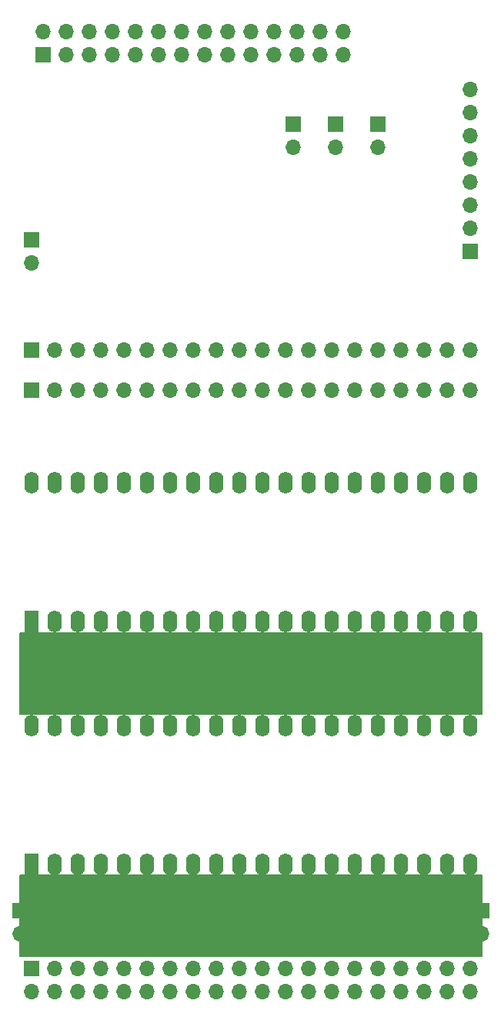
<source format=gbr>
%TF.GenerationSoftware,KiCad,Pcbnew,8.0.4-8.0.4-0~ubuntu24.04.1*%
%TF.CreationDate,2024-08-18T17:45:03-07:00*%
%TF.ProjectId,shadow_tracer,73686164-6f77-45f7-9472-616365722e6b,rev?*%
%TF.SameCoordinates,Original*%
%TF.FileFunction,Soldermask,Bot*%
%TF.FilePolarity,Negative*%
%FSLAX46Y46*%
G04 Gerber Fmt 4.6, Leading zero omitted, Abs format (unit mm)*
G04 Created by KiCad (PCBNEW 8.0.4-8.0.4-0~ubuntu24.04.1) date 2024-08-18 17:45:03*
%MOMM*%
%LPD*%
G01*
G04 APERTURE LIST*
%ADD10C,0.200000*%
%ADD11R,1.700000X1.700000*%
%ADD12O,1.700000X1.700000*%
%ADD13R,1.600000X2.400000*%
%ADD14O,1.600000X2.400000*%
G04 APERTURE END LIST*
D10*
X123952000Y-127762000D02*
X174752000Y-127762000D01*
X174752000Y-136652000D01*
X123952000Y-136652000D01*
X123952000Y-127762000D01*
G36*
X123952000Y-127762000D02*
G01*
X174752000Y-127762000D01*
X174752000Y-136652000D01*
X123952000Y-136652000D01*
X123952000Y-127762000D01*
G37*
X123952000Y-154362000D02*
X174752000Y-154362000D01*
X174752000Y-163252000D01*
X123952000Y-163252000D01*
X123952000Y-154362000D01*
G36*
X123952000Y-154362000D02*
G01*
X174752000Y-154362000D01*
X174752000Y-163252000D01*
X123952000Y-163252000D01*
X123952000Y-154362000D01*
G37*
D11*
%TO.C,J9*%
X163322000Y-71882000D03*
D12*
X163322000Y-74422000D03*
%TD*%
D11*
%TO.C,J8*%
X158672000Y-71882000D03*
D12*
X158672000Y-74422000D03*
%TD*%
D11*
%TO.C,J7*%
X154022000Y-71882000D03*
D12*
X154022000Y-74422000D03*
%TD*%
D11*
%TO.C,J6*%
X123952000Y-158242000D03*
D12*
X123952000Y-160782000D03*
%TD*%
D11*
%TO.C,J5*%
X125222000Y-84582000D03*
D12*
X125222000Y-87122000D03*
%TD*%
D11*
%TO.C,J4*%
X174752000Y-158242000D03*
D12*
X174752000Y-160782000D03*
%TD*%
D13*
%TO.C,SOCKET2*%
X125222000Y-153162000D03*
D14*
X127762000Y-153162000D03*
X130302000Y-153162000D03*
X132842000Y-153162000D03*
X135382000Y-153162000D03*
X137922000Y-153162000D03*
X140462000Y-153162000D03*
X143002000Y-153162000D03*
X145542000Y-153162000D03*
X148082000Y-153162000D03*
X150622000Y-153162000D03*
X153162000Y-153162000D03*
X155702000Y-153162000D03*
X158242000Y-153162000D03*
X160782000Y-153162000D03*
X163322000Y-153162000D03*
X165862000Y-153162000D03*
X168402000Y-153162000D03*
X170942000Y-153162000D03*
X173482000Y-153162000D03*
X173482000Y-137922000D03*
X170942000Y-137922000D03*
X168402000Y-137922000D03*
X165862000Y-137922000D03*
X163322000Y-137922000D03*
X160782000Y-137922000D03*
X158242000Y-137922000D03*
X155702000Y-137922000D03*
X153162000Y-137922000D03*
X150622000Y-137922000D03*
X148082000Y-137922000D03*
X145542000Y-137922000D03*
X143002000Y-137922000D03*
X140462000Y-137922000D03*
X137922000Y-137922000D03*
X135382000Y-137922000D03*
X132842000Y-137922000D03*
X130302000Y-137922000D03*
X127762000Y-137922000D03*
X125222000Y-137922000D03*
%TD*%
%TO.C,SOCKET1*%
X125227000Y-111257000D03*
X127767000Y-111257000D03*
X130307000Y-111257000D03*
X132847000Y-111257000D03*
X135387000Y-111257000D03*
X137927000Y-111257000D03*
X140467000Y-111257000D03*
X143007000Y-111257000D03*
X145547000Y-111257000D03*
X148087000Y-111257000D03*
X150627000Y-111257000D03*
X153167000Y-111257000D03*
X155707000Y-111257000D03*
X158247000Y-111257000D03*
X160787000Y-111257000D03*
X163327000Y-111257000D03*
X165867000Y-111257000D03*
X168407000Y-111257000D03*
X170947000Y-111257000D03*
X173487000Y-111257000D03*
X173487000Y-126497000D03*
X170947000Y-126497000D03*
X168407000Y-126497000D03*
X165867000Y-126497000D03*
X163327000Y-126497000D03*
X160787000Y-126497000D03*
X158247000Y-126497000D03*
X155707000Y-126497000D03*
X153167000Y-126497000D03*
X150627000Y-126497000D03*
X148087000Y-126497000D03*
X145547000Y-126497000D03*
X143007000Y-126497000D03*
X140467000Y-126497000D03*
X137927000Y-126497000D03*
X135387000Y-126497000D03*
X132847000Y-126497000D03*
X130307000Y-126497000D03*
X127767000Y-126497000D03*
D13*
X125227000Y-126497000D03*
%TD*%
D11*
%TO.C,J1*%
X173482000Y-85852000D03*
D12*
X173482000Y-83312000D03*
X173482000Y-80772000D03*
X173482000Y-78232000D03*
X173482000Y-75692000D03*
X173482000Y-73152000D03*
X173482000Y-70612000D03*
X173482000Y-68072000D03*
%TD*%
D11*
%TO.C,J3*%
X125222000Y-96647000D03*
D12*
X127762000Y-96647000D03*
X130302000Y-96647000D03*
X132842000Y-96647000D03*
X135382000Y-96647000D03*
X137922000Y-96647000D03*
X140462000Y-96647000D03*
X143002000Y-96647000D03*
X145542000Y-96647000D03*
X148082000Y-96647000D03*
X150622000Y-96647000D03*
X153162000Y-96647000D03*
X155702000Y-96647000D03*
X158242000Y-96647000D03*
X160782000Y-96647000D03*
X163322000Y-96647000D03*
X165862000Y-96647000D03*
X168402000Y-96647000D03*
X170942000Y-96647000D03*
X173482000Y-96647000D03*
%TD*%
D11*
%TO.C,J_EXT2*%
X126492000Y-64262000D03*
D12*
X126492000Y-61722000D03*
X129032000Y-64262000D03*
X129032000Y-61722000D03*
X131572000Y-64262000D03*
X131572000Y-61722000D03*
X134112000Y-64262000D03*
X134112000Y-61722000D03*
X136652000Y-64262000D03*
X136652000Y-61722000D03*
X139192000Y-64262000D03*
X139192000Y-61722000D03*
X141732000Y-64262000D03*
X141732000Y-61722000D03*
X144272000Y-64262000D03*
X144272000Y-61722000D03*
X146812000Y-64262000D03*
X146812000Y-61722000D03*
X149352000Y-64262000D03*
X149352000Y-61722000D03*
X151892000Y-64262000D03*
X151892000Y-61722000D03*
X154432000Y-64262000D03*
X154432000Y-61722000D03*
X156972000Y-64262000D03*
X156972000Y-61722000D03*
X159512000Y-64262000D03*
X159512000Y-61722000D03*
%TD*%
D11*
%TO.C,CONN1*%
X125222000Y-164592000D03*
D12*
X125222000Y-167132000D03*
X127762000Y-164592000D03*
X127762000Y-167132000D03*
X130302000Y-164592000D03*
X130302000Y-167132000D03*
X132842000Y-164592000D03*
X132842000Y-167132000D03*
X135382000Y-164592000D03*
X135382000Y-167132000D03*
X137922000Y-164592000D03*
X137922000Y-167132000D03*
X140462000Y-164592000D03*
X140462000Y-167132000D03*
X143002000Y-164592000D03*
X143002000Y-167132000D03*
X145542000Y-164592000D03*
X145542000Y-167132000D03*
X148082000Y-164592000D03*
X148082000Y-167132000D03*
X150622000Y-164592000D03*
X150622000Y-167132000D03*
X153162000Y-164592000D03*
X153162000Y-167132000D03*
X155702000Y-164592000D03*
X155702000Y-167132000D03*
X158242000Y-164592000D03*
X158242000Y-167132000D03*
X160782000Y-164592000D03*
X160782000Y-167132000D03*
X163322000Y-164592000D03*
X163322000Y-167132000D03*
X165862000Y-164592000D03*
X165862000Y-167132000D03*
X168402000Y-164592000D03*
X168402000Y-167132000D03*
X170942000Y-164592000D03*
X170942000Y-167132000D03*
X173482000Y-164592000D03*
X173482000Y-167132000D03*
%TD*%
D11*
%TO.C,J2*%
X125222000Y-101092000D03*
D12*
X127762000Y-101092000D03*
X130302000Y-101092000D03*
X132842000Y-101092000D03*
X135382000Y-101092000D03*
X137922000Y-101092000D03*
X140462000Y-101092000D03*
X143002000Y-101092000D03*
X145542000Y-101092000D03*
X148082000Y-101092000D03*
X150622000Y-101092000D03*
X153162000Y-101092000D03*
X155702000Y-101092000D03*
X158242000Y-101092000D03*
X160782000Y-101092000D03*
X163322000Y-101092000D03*
X165862000Y-101092000D03*
X168402000Y-101092000D03*
X170942000Y-101092000D03*
X173482000Y-101092000D03*
%TD*%
M02*

</source>
